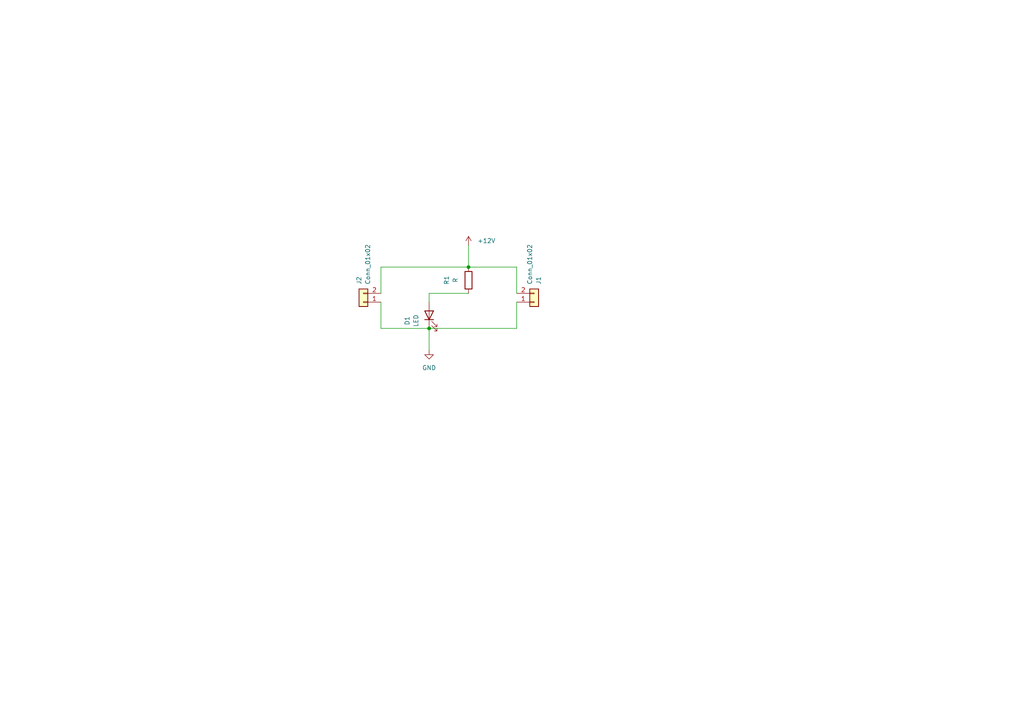
<source format=kicad_sch>
(kicad_sch (version 20230121) (generator eeschema)
  (paper "A4")
  (lib_symbols
    (symbol "Connector_Generic:Conn_01x02" (pin_names (offset 1.016) hide)
      (property "Reference" "J" (at 0 2.54 0))
      (property "Value" "Conn_01x02" (at 0 -5.08 0))
      (symbol "Conn_01x02_1_1"
        (rectangle (start -1.27 -2.413) (end 0 -2.667) (stroke (width 0.1524)))
        (rectangle (start -1.27 0.127) (end 0 -0.127) (stroke (width 0.1524)))
        (rectangle (start -1.27 1.27) (end 1.27 -3.81) (stroke (width 0.254)) (fill (type background)))
        (pin passive line (at -5.08 0 0) (length 3.81) (name "Pin_1") (number "1"))
        (pin passive line (at -5.08 -2.54 0) (length 3.81) (name "Pin_2") (number "2"))
      )
    )
    (symbol "Device:LED" (pin_numbers hide) (pin_names (offset 1.016) hide)
      (property "Reference" "D" (at 0 2.54 0))
      (property "Value" "LED" (at 0 -2.54 0))
      (symbol "LED_0_1"
        (polyline (pts (xy -1.27 -1.27) (xy -1.27 1.27)) (stroke (width 0.254)))
        (polyline (pts (xy -1.27 0) (xy 1.27 0)))
        (polyline (pts (xy 1.27 -1.27) (xy 1.27 1.27) (xy -1.27 0) (xy 1.27 -1.27)) (stroke (width 0.254)))
        (polyline (pts (xy -3.048 -0.762) (xy -4.572 -2.286) (xy -3.81 -2.286) (xy -4.572 -2.286) (xy -4.572 -1.524)))
        (polyline (pts (xy -1.778 -0.762) (xy -3.302 -2.286) (xy -2.54 -2.286) (xy -3.302 -2.286) (xy -3.302 -1.524)))
      )
      (symbol "LED_1_1"
        (pin passive line (at -3.81 0 0) (length 2.54) (name "K") (number "1"))
        (pin passive line (at 3.81 0 180) (length 2.54) (name "A") (number "2"))
      )
    )
    (symbol "Device:R" (pin_numbers hide) (pin_names (offset 0))
      (property "Reference" "R" (at 2.032 0 90))
      (property "Value" "R" (at 0 0 90))
      (symbol "R_0_1"
        (rectangle (start -1.016 -2.54) (end 1.016 2.54) (stroke (width 0.254)))
      )
      (symbol "R_1_1"
        (pin passive line (at 0 3.81 270) (length 1.27) (name "~") (number "1"))
        (pin passive line (at 0 -3.81 90) (length 1.27) (name "~") (number "2"))
      )
    )
    (symbol "power:+12V" (power) (pin_names (offset 0))
      (property "Value" "+12V" (at 0 3.556 0))
      (symbol "+12V_0_1"
        (polyline (pts (xy -0.762 1.27) (xy 0 2.54)))
        (polyline (pts (xy 0 0) (xy 0 2.54)))
        (polyline (pts (xy 0 2.54) (xy 0.762 1.27)))
      )
      (symbol "+12V_1_1"
        (pin power_in line (at 0 0 90) (length 0) hide (name "+12V") (number "1"))
      )
    )
    (symbol "power:GND" (power) (pin_names (offset 0))
      (property "Value" "GND" (at 0 -3.81 0))
      (symbol "GND_0_1"
        (polyline (pts (xy 0 0) (xy 0 -1.27) (xy 1.27 -1.27) (xy 0 -2.54) (xy -1.27 -1.27) (xy 0 -1.27)))
      )
      (symbol "GND_1_1"
        (pin power_in line (at 0 0 270) (length 0) hide (name "GND") (number "1"))
      )
    )
  )
  (junction (at 124.46 95.25))
  (junction (at 135.89 77.47))
  (wire (pts (xy 110.49 87.63) (xy 110.49 95.25)))
  (wire (pts (xy 135.89 85.09) (xy 124.46 85.09)))
  (wire (pts (xy 124.46 85.09) (xy 124.46 87.63)))
  (wire (pts (xy 149.86 77.47) (xy 149.86 85.09)))
  (wire (pts (xy 124.46 95.25) (xy 124.46 101.6)))
  (wire (pts (xy 149.86 95.25) (xy 149.86 87.63)))
  (wire (pts (xy 135.89 71.12) (xy 135.89 77.47)))
  (wire (pts (xy 135.89 77.47) (xy 110.49 77.47)))
  (wire (pts (xy 124.46 95.25) (xy 149.86 95.25)))
  (wire (pts (xy 110.49 95.25) (xy 124.46 95.25)))
  (wire (pts (xy 110.49 77.47) (xy 110.49 85.09)))
  (wire (pts (xy 135.89 77.47) (xy 149.86 77.47)))
  (symbol (lib_id "Device:LED") (at 124.46 91.44 90) (unit 1)
    (property "Reference" "D1" (at 118.11 93.0275 0))
    (property "Value" "LED" (at 120.65 93.0275 0))
    (property "Footprint" "LED_SMD:LED_1210_3225Metric_Pad1.42x2.65mm_HandSolder" (effects hide))
  )
  (symbol (lib_id "Device:R") (at 135.89 81.28 0) (unit 1)
    (property "Reference" "R1" (at 129.54 81.28 90))
    (property "Value" "R" (at 132.08 81.28 90))
    (property "Footprint" "Resistor_SMD:R_0805_2012Metric" (effects hide))
  )
  (symbol (lib_id "Connector_Generic:Conn_01x02") (at 105.41 87.63 180) (unit 1)
    (property "Reference" "J2" (at 104.14 82.55 90) (effects (justify right)))
    (property "Value" "Conn_01x02" (at 106.68 82.55 90) (effects (justify right)))
    (property "Footprint" "Connector_PinSocket_2.54mm:PinSocket_1x02_P2.54mm_Vertical" (effects hide))
  )
  (symbol (lib_id "power:+12V") (at 135.89 71.12 0) (unit 1)
    (property "Reference" "#PWR02" (effects hide))
    (property "Value" "+12V" (at 138.43 69.85 0) (effects (justify left)))
  )
  (symbol (lib_id "power:GND") (at 124.46 101.6 0) (unit 1)
    (property "Reference" "#PWR01" (effects hide))
    (property "Value" "GND" (at 124.46 106.68 0))
  )
  (symbol (lib_id "Connector_Generic:Conn_01x02") (at 154.94 87.63 0) (mirror x) (unit 1)
    (property "Reference" "J1" (at 156.21 82.55 90) (effects (justify right)))
    (property "Value" "Conn_01x02" (at 153.67 82.55 90) (effects (justify right)))
    (property "Footprint" "Connector_PinSocket_2.54mm:PinSocket_1x02_P2.54mm_Vertical" (effects hide))
  )
)
</source>
